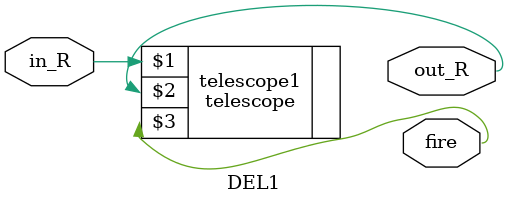
<source format=v>
module DEL1(in_R, out_R, fire);      
       
     input in_R;     
     output fire, out_R;  
       
   telescope telescope1(in_R,  out_R, fire);    
  endmodule  
       
       

</source>
